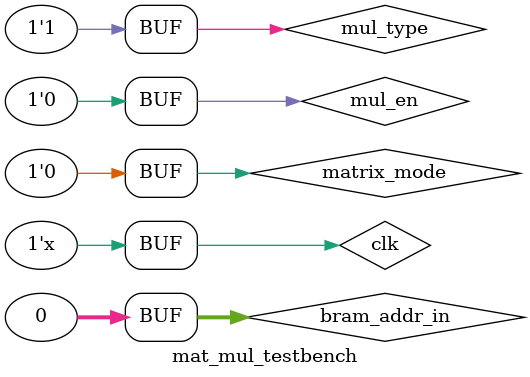
<source format=v>
`timescale 1ns / 1ps
module mat_mul_testbench(
    );
    
    reg             clk,
                    mul_en,
                    matrix_mode,
                    mul_type;
    
    wire            matrix_mode_out,
                    write_en;
    
    wire [127:0]    peek_out_0,
                    peek_out_1,
                    peek_out_2,
                    peek_out_3,
                    write_in_0,
                    write_in_1,
                    write_in_2,
                    write_in_3,
                    data_in,
                    data_out;
    
    reg [31:0]      bram_addr_in;
    
    wire [31:0]     bram_addr_out,
                    bram_read_0,
                    bram_read_1,
                    bram_read_2,
                    bram_read_3;
                    
    always 
        #5 clk = ~clk;
    
    dummy_bram bram(.addr(bram_addr_out), 
                    .read0(bram_read_0), 
                    .read1(bram_read_1), 
                    .read2(bram_read_2), 
                    .read3(bram_read_3));
    
    
    matrix_ctrl tester( .clk(clk), 
                        .matrix_mode(matrix_mode_out), 
                        .pop_en(pop_en), 
                        .push_en(push_en), 
                        .data_in(data_in), 
                        .data_out(data_out),
                        .write_en(write_en),
                        .peek_out_0(peek_out_0), 
                        .peek_out_1(peek_out_1), 
                        .peek_out_2(peek_out_2), 
                        .peek_out_3(peek_out_3),
                        .write_in_0(write_in_0), 
                        .write_in_1(write_in_1), 
                        .write_in_2(write_in_2), 
                        .write_in_3(write_in_3) );
    
    matrix_mul matmul(  .clk(clk), 
                        .en(mul_en), 
                        .matrix_mode_in(matrix_mode), 
                        .matrix_mode_out(matrix_mode_out),
                        .mul_type(mul_type), 
                        .bram_addr_in(bram_addr_in), 
                        .bram_addr_out(bram_addr_out), 
                        .bram_read_in_0(bram_read_0), 
                        .bram_read_in_1(bram_read_1), 
                        .bram_read_in_2(bram_read_2), 
                        .bram_read_in_3(bram_read_3),
                        .matrix_peek_0(peek_out_0), 
                        .matrix_peek_1(peek_out_1), 
                        .matrix_peek_2(peek_out_2), 
                        .matrix_peek_3(peek_out_3),
                        .matrix_write_en(write_en), 
                        .matrix_write_out_0(write_in_0), 
                        .matrix_write_out_1(write_in_1), 
                        .matrix_write_out_2(write_in_2), 
                        .matrix_write_out_3(write_in_3) );
     
     initial begin
        clk <= 0;
        mul_en <= 0;
        mul_type <= 1;
        matrix_mode <= 0;
        bram_addr_in <= 32'h0;
        #10
        mul_en <= 1;
        #10
        mul_en <= 0;
        
     
     end
endmodule

</source>
